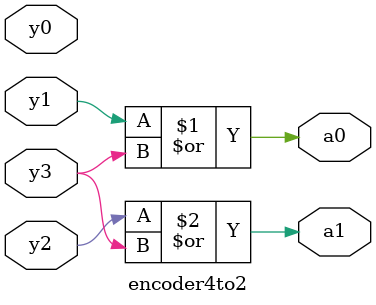
<source format=v>
module encoder4to2(y3,y2,y1,y0,a1,a0);
  input y3,y2,y1,y0;
  output a1,a0;
  or(a0,y1,y3);
  or(a1,y2,y3);
endmodule

</source>
